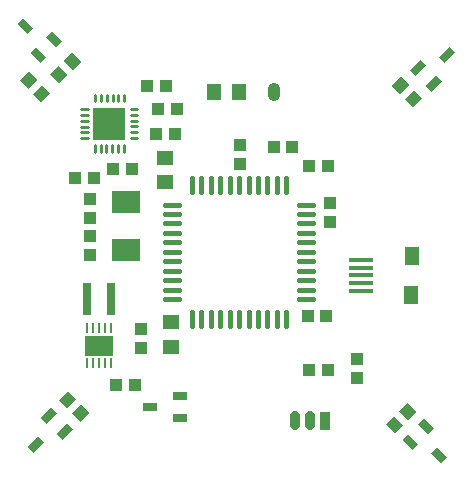
<source format=gtp>
G04 ---------------------------- Layer name :TOP PASTER LAYER*
G04 EasyEDA v5.6.15, Thu, 26 Jul 2018 23:31:00 GMT*
G04 524904d139c848fcb6349d0702f66ca3*
G04 Gerber Generator version 0.2*
G04 Scale: 100 percent, Rotated: No, Reflected: No *
G04 Dimensions in inches *
G04 leading zeros omitted , absolute positions ,2 integer and 4 decimal *
%FSLAX24Y24*%
%MOIN*%
G90*
G70D02*

%ADD20C,0.011024*%
%ADD21C,0.016535*%
%ADD22C,0.032000*%
%ADD23C,0.040000*%
%ADD26R,0.043307X0.039370*%
%ADD27R,0.094488X0.074803*%
%ADD28R,0.105512X0.105512*%
%ADD29R,0.039370X0.043307*%
%ADD30R,0.095500X0.065500*%
%ADD31R,0.011500X0.034500*%
%ADD32R,0.031496X0.106300*%
%ADD33R,0.051200X0.055100*%
%ADD35R,0.049213X0.027559*%
%ADD36R,0.055100X0.051200*%
%ADD37R,0.078740X0.017717*%
%ADD38R,0.047240X0.062992*%
%ADD39R,0.057870X0.045670*%
%ADD40R,0.032000X0.062000*%

%LPD*%
G54D20*
G01X9017Y19084D02*
G01X9222Y19084D01*
G01X9017Y18886D02*
G01X9222Y18886D01*
G01X9017Y18690D02*
G01X9222Y18690D01*
G01X9017Y18494D02*
G01X9222Y18494D01*
G01X9017Y18297D02*
G01X9222Y18297D01*
G01X9017Y18100D02*
G01X9222Y18100D01*
G01X9460Y17866D02*
G01X9460Y17661D01*
G01X9656Y17866D02*
G01X9656Y17661D01*
G01X9853Y17866D02*
G01X9853Y17661D01*
G01X10050Y17866D02*
G01X10050Y17661D01*
G01X10247Y17866D02*
G01X10247Y17661D01*
G01X10443Y17866D02*
G01X10443Y17661D01*
G01X10677Y18103D02*
G01X10882Y18103D01*
G01X10677Y18301D02*
G01X10882Y18301D01*
G01X10677Y18498D02*
G01X10882Y18498D01*
G01X10677Y18694D02*
G01X10882Y18694D01*
G01X10677Y18890D02*
G01X10882Y18890D01*
G01X10677Y19088D02*
G01X10882Y19088D01*
G01X10450Y19536D02*
G01X10450Y19331D01*
G01X10252Y19536D02*
G01X10252Y19331D01*
G01X10056Y19536D02*
G01X10056Y19331D01*
G01X9860Y19536D02*
G01X9860Y19331D01*
G01X9663Y19536D02*
G01X9663Y19331D01*
G01X9465Y19536D02*
G01X9465Y19331D01*
G54D21*
G01X15849Y16776D02*
G01X15849Y16311D01*
G01X15534Y16776D02*
G01X15534Y16311D01*
G01X15219Y16776D02*
G01X15219Y16311D01*
G01X14904Y16776D02*
G01X14904Y16311D01*
G01X14589Y16776D02*
G01X14589Y16311D01*
G01X14274Y16776D02*
G01X14274Y16311D01*
G01X13959Y16776D02*
G01X13959Y16311D01*
G01X13644Y16776D02*
G01X13644Y16311D01*
G01X13329Y16776D02*
G01X13329Y16311D01*
G01X13014Y16776D02*
G01X13014Y16311D01*
G01X12700Y16776D02*
G01X12700Y16311D01*
G01X12282Y15894D02*
G01X11818Y15894D01*
G01X12282Y15579D02*
G01X11818Y15579D01*
G01X12282Y15264D02*
G01X11818Y15264D01*
G01X12282Y14949D02*
G01X11818Y14949D01*
G01X12282Y14634D02*
G01X11818Y14634D01*
G01X12282Y14319D02*
G01X11818Y14319D01*
G01X12282Y14004D02*
G01X11818Y14004D01*
G01X12282Y13689D02*
G01X11818Y13689D01*
G01X12282Y13374D02*
G01X11818Y13374D01*
G01X12282Y13059D02*
G01X11818Y13059D01*
G01X12282Y12744D02*
G01X11818Y12744D01*
G01X12700Y12327D02*
G01X12700Y11862D01*
G01X13014Y12327D02*
G01X13014Y11862D01*
G01X13329Y12327D02*
G01X13329Y11862D01*
G01X13644Y12327D02*
G01X13644Y11862D01*
G01X13959Y12327D02*
G01X13959Y11862D01*
G01X14274Y12327D02*
G01X14274Y11862D01*
G01X14589Y12327D02*
G01X14589Y11862D01*
G01X14904Y12327D02*
G01X14904Y11862D01*
G01X15219Y12327D02*
G01X15219Y11862D01*
G01X15534Y12327D02*
G01X15534Y11862D01*
G01X15849Y12327D02*
G01X15849Y11862D01*
G01X16731Y12744D02*
G01X16266Y12744D01*
G01X16731Y13059D02*
G01X16266Y13059D01*
G01X16731Y13374D02*
G01X16266Y13374D01*
G01X16731Y13689D02*
G01X16266Y13689D01*
G01X16731Y14004D02*
G01X16266Y14004D01*
G01X16731Y14319D02*
G01X16266Y14319D01*
G01X16731Y14634D02*
G01X16266Y14634D01*
G01X16731Y14949D02*
G01X16266Y14949D01*
G01X16731Y15264D02*
G01X16266Y15264D01*
G01X16731Y15579D02*
G01X16266Y15579D01*
G01X16731Y15894D02*
G01X16266Y15894D01*
G54D22*
G01X16150Y8544D02*
G01X16150Y8844D01*
G01X16650Y8544D02*
G01X16650Y8844D01*
G54D23*
G01X15450Y19753D02*
G01X15450Y19534D01*
G54D26*
G01X9299Y14838D03*
G01X9299Y14207D03*
G01X9300Y15450D03*
G01X9300Y16080D03*
G01X17300Y15300D03*
G01X17300Y15930D03*
G01X14300Y17250D03*
G01X14300Y17880D03*
G01X18199Y10738D03*
G01X18199Y10107D03*
G54D27*
G01X10500Y15994D03*
G01X10500Y14380D03*
G54D28*
G01X9950Y18594D03*
G54D29*
G01X11565Y19088D03*
G01X12196Y19088D03*
G01X12143Y18244D03*
G01X11514Y18244D03*
G01X10693Y17094D03*
G01X10064Y17094D03*
G01X11843Y19844D03*
G01X11214Y19844D03*
G54D30*
G01X9600Y11193D03*
G54D31*
G01X9990Y11773D03*
G01X9800Y11773D03*
G01X9600Y11773D03*
G01X9400Y11773D03*
G01X9210Y11773D03*
G01X9210Y10613D03*
G01X9400Y10613D03*
G01X9600Y10613D03*
G01X9800Y10613D03*
G01X9990Y10613D03*
G54D32*
G01X9211Y12743D03*
G01X9998Y12743D03*
G54D26*
G01X10999Y11738D03*
G01X10999Y11107D03*
G54D29*
G01X10793Y9894D03*
G01X10164Y9894D03*
G54D33*
G01X13443Y19643D03*
G01X14269Y19643D03*
G36*
G01X7582Y8171D02*
G01X7776Y7976D01*
G01X7428Y7628D01*
G01X7234Y7823D01*
G01X7582Y8171D01*
G37*
G36*
G01X8013Y9130D02*
G01X8207Y8936D01*
G01X7859Y8588D01*
G01X7665Y8782D01*
G01X8013Y9130D01*
G37*
G36*
G01X8542Y8601D02*
G01X8736Y8407D01*
G01X8388Y8059D01*
G01X8194Y8253D01*
G01X8542Y8601D01*
G37*
G36*
G01X21118Y20617D02*
G01X20922Y20811D01*
G01X21271Y21159D01*
G01X21465Y20965D01*
G01X21118Y20617D01*
G37*
G36*
G01X20685Y19657D02*
G01X20492Y19852D01*
G01X20839Y20200D01*
G01X21034Y20005D01*
G01X20685Y19657D01*
G37*
G36*
G01X20157Y20186D02*
G01X19963Y20380D01*
G01X20310Y20728D01*
G01X20506Y20534D01*
G01X20157Y20186D01*
G37*
G54D35*
G01X11307Y9144D03*
G01X12292Y9517D03*
G01X12292Y8770D03*
G54D36*
G01X12000Y11136D03*
G01X12000Y11963D03*
G36*
G01X8703Y8934D02*
G01X9009Y9240D01*
G01X9288Y8961D01*
G01X8982Y8655D01*
G01X8703Y8934D01*
G37*
G36*
G01X8257Y9380D02*
G01X8563Y9686D01*
G01X8842Y9407D01*
G01X8536Y9101D01*
G01X8257Y9380D01*
G37*
G36*
G01X19940Y19888D02*
G01X19635Y19582D01*
G01X19356Y19861D01*
G01X19663Y20167D01*
G01X19940Y19888D01*
G37*
G36*
G01X20386Y19442D02*
G01X20081Y19136D01*
G01X19802Y19415D01*
G01X20107Y19722D01*
G01X20386Y19442D01*
G37*
G36*
G01X7403Y19584D02*
G01X7709Y19890D01*
G01X7988Y19611D01*
G01X7682Y19305D01*
G01X7403Y19584D01*
G37*
G36*
G01X6957Y20030D02*
G01X7263Y20336D01*
G01X7542Y20057D01*
G01X7236Y19752D01*
G01X6957Y20030D01*
G37*
G54D29*
G01X8805Y16793D03*
G01X9435Y16793D03*
G54D37*
G01X18323Y14051D03*
G01X18323Y13795D03*
G01X18323Y13539D03*
G01X18323Y13284D03*
G01X18323Y13028D03*
G54D38*
G01X20022Y14172D03*
G01X20015Y12880D03*
G54D29*
G01X17243Y17194D03*
G01X16614Y17194D03*
G01X16053Y17804D03*
G01X15423Y17804D03*
G36*
G01X20668Y7626D02*
G01X20863Y7821D01*
G01X21210Y7473D01*
G01X21015Y7278D01*
G01X20668Y7626D01*
G37*
G36*
G01X19707Y8057D02*
G01X19902Y8251D01*
G01X20251Y7903D01*
G01X20056Y7709D01*
G01X19707Y8057D01*
G37*
G36*
G01X20236Y8586D02*
G01X20431Y8780D01*
G01X20778Y8432D01*
G01X20585Y8238D01*
G01X20236Y8586D01*
G37*
G36*
G01X19914Y8707D02*
G01X19607Y9013D01*
G01X19886Y9292D01*
G01X20193Y8986D01*
G01X19914Y8707D01*
G37*
G36*
G01X19468Y8261D02*
G01X19163Y8567D01*
G01X19440Y8847D01*
G01X19747Y8540D01*
G01X19468Y8261D01*
G37*
G54D39*
G01X11800Y17444D03*
G01X11800Y16644D03*
G54D29*
G01X16556Y12193D03*
G01X17185Y12193D03*
G01X17243Y10394D03*
G01X16614Y10394D03*
G36*
G01X7421Y21767D02*
G01X7226Y21573D01*
G01X6878Y21921D01*
G01X7073Y22115D01*
G01X7421Y21767D01*
G37*
G36*
G01X8380Y21336D02*
G01X8186Y21142D01*
G01X7838Y21490D01*
G01X8032Y21684D01*
G01X8380Y21336D01*
G37*
G36*
G01X7851Y20807D02*
G01X7657Y20613D01*
G01X7309Y20961D01*
G01X7503Y21155D01*
G01X7851Y20807D01*
G37*
G36*
G01X8248Y20521D02*
G01X8555Y20215D01*
G01X8276Y19936D01*
G01X7971Y20242D01*
G01X8248Y20521D01*
G37*
G36*
G01X8694Y20967D02*
G01X9001Y20661D01*
G01X8723Y20382D01*
G01X8415Y20688D01*
G01X8694Y20967D01*
G37*
G54D40*
G01X17150Y8694D03*
M00*
M02*

</source>
